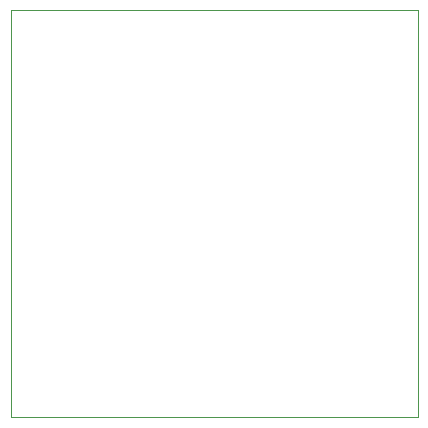
<source format=gbr>
%TF.GenerationSoftware,KiCad,Pcbnew,8.0.6*%
%TF.CreationDate,2024-10-18T13:40:27-03:00*%
%TF.ProjectId,FritzenLab-egg-timer,46726974-7a65-46e4-9c61-622d6567672d,rev?*%
%TF.SameCoordinates,Original*%
%TF.FileFunction,Profile,NP*%
%FSLAX46Y46*%
G04 Gerber Fmt 4.6, Leading zero omitted, Abs format (unit mm)*
G04 Created by KiCad (PCBNEW 8.0.6) date 2024-10-18 13:40:27*
%MOMM*%
%LPD*%
G01*
G04 APERTURE LIST*
%TA.AperFunction,Profile*%
%ADD10C,0.050000*%
%TD*%
G04 APERTURE END LIST*
D10*
X66600000Y-35100000D02*
X101100000Y-35100000D01*
X101100000Y-69600000D01*
X66600000Y-69600000D01*
X66600000Y-35100000D01*
M02*

</source>
